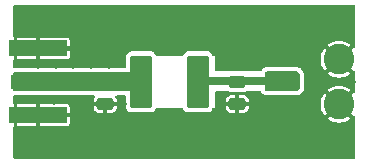
<source format=gtl>
%TF.GenerationSoftware,KiCad,Pcbnew,7.0.1*%
%TF.CreationDate,2023-07-17T06:27:02-07:00*%
%TF.ProjectId,Antenna_Impedance_Match,416e7465-6e6e-4615-9f49-6d706564616e,rev?*%
%TF.SameCoordinates,Original*%
%TF.FileFunction,Copper,L1,Top*%
%TF.FilePolarity,Positive*%
%FSLAX46Y46*%
G04 Gerber Fmt 4.6, Leading zero omitted, Abs format (unit mm)*
G04 Created by KiCad (PCBNEW 7.0.1) date 2023-07-17 06:27:02*
%MOMM*%
%LPD*%
G01*
G04 APERTURE LIST*
G04 Aperture macros list*
%AMRoundRect*
0 Rectangle with rounded corners*
0 $1 Rounding radius*
0 $2 $3 $4 $5 $6 $7 $8 $9 X,Y pos of 4 corners*
0 Add a 4 corners polygon primitive as box body*
4,1,4,$2,$3,$4,$5,$6,$7,$8,$9,$2,$3,0*
0 Add four circle primitives for the rounded corners*
1,1,$1+$1,$2,$3*
1,1,$1+$1,$4,$5*
1,1,$1+$1,$6,$7*
1,1,$1+$1,$8,$9*
0 Add four rect primitives between the rounded corners*
20,1,$1+$1,$2,$3,$4,$5,0*
20,1,$1+$1,$4,$5,$6,$7,0*
20,1,$1+$1,$6,$7,$8,$9,0*
20,1,$1+$1,$8,$9,$2,$3,0*%
G04 Aperture macros list end*
%TA.AperFunction,SMDPad,CuDef*%
%ADD10RoundRect,0.250000X0.475000X-0.250000X0.475000X0.250000X-0.475000X0.250000X-0.475000X-0.250000X0*%
%TD*%
%TA.AperFunction,SMDPad,CuDef*%
%ADD11R,5.200000X1.270000*%
%TD*%
%TA.AperFunction,SMDPad,CuDef*%
%ADD12R,4.900000X1.350000*%
%TD*%
%TA.AperFunction,SMDPad,CuDef*%
%ADD13RoundRect,0.089000X-0.801000X-2.136000X0.801000X-2.136000X0.801000X2.136000X-0.801000X2.136000X0*%
%TD*%
%TA.AperFunction,ComponentPad*%
%ADD14C,2.600000*%
%TD*%
%TA.AperFunction,ViaPad*%
%ADD15C,0.800000*%
%TD*%
%TA.AperFunction,Conductor*%
%ADD16C,0.250000*%
%TD*%
G04 APERTURE END LIST*
D10*
%TO.P,C2,1*%
%TO.N,GND*%
X144500000Y-81900000D03*
%TO.P,C2,2*%
%TO.N,/RF_75_SE*%
X144500000Y-80000000D03*
%TD*%
D11*
%TO.P,J1,1,In*%
%TO.N,/RF_50_SE*%
X127842500Y-80000000D03*
D12*
%TO.P,J1,2,Ext*%
%TO.N,GND*%
X127592500Y-77175000D03*
X127592500Y-82825000D03*
%TD*%
D13*
%TO.P,L1,1,1*%
%TO.N,/RF_50_SE*%
X136350000Y-80000000D03*
%TO.P,L1,2,2*%
%TO.N,/RF_75_SE*%
X141150000Y-80000000D03*
%TD*%
D14*
%TO.P,TP2,1,1*%
%TO.N,GND*%
X153100000Y-81905000D03*
X153100000Y-78095000D03*
%TD*%
D10*
%TO.P,C1,1*%
%TO.N,GND*%
X133300000Y-81900000D03*
%TO.P,C1,2*%
%TO.N,/RF_50_SE*%
X133300000Y-80000000D03*
%TD*%
D15*
%TO.N,GND*%
X149400000Y-78300000D03*
X125950000Y-75800000D03*
X127600000Y-81550000D03*
X147900000Y-78300000D03*
X137900000Y-77400000D03*
X139600000Y-82600000D03*
X150500000Y-81000000D03*
X144900000Y-78700000D03*
X130366666Y-81550000D03*
X134700000Y-77600000D03*
X130625000Y-78450000D03*
X127600000Y-75850000D03*
X143100000Y-81900000D03*
X146400000Y-78500000D03*
X143400000Y-78700000D03*
X127600000Y-84150000D03*
X145900000Y-81900000D03*
X130700000Y-77150000D03*
X136200000Y-77000000D03*
X134700000Y-81900000D03*
X141400000Y-83000000D03*
X137900000Y-82600000D03*
X133650000Y-78450000D03*
X139600000Y-77400000D03*
X141200000Y-77000000D03*
X126050000Y-84200000D03*
X149200000Y-81600000D03*
X151600000Y-76600000D03*
X131750000Y-81550000D03*
X133300000Y-83000000D03*
X151800000Y-80000000D03*
X130700000Y-82800000D03*
X127600000Y-78450000D03*
X129112500Y-78450000D03*
X147500000Y-81600000D03*
X151600000Y-83400000D03*
X150600000Y-79200000D03*
X154100000Y-80000000D03*
X132137500Y-78450000D03*
X128983333Y-81550000D03*
X142700000Y-77400000D03*
X144500000Y-83000000D03*
X136300000Y-83000000D03*
%TD*%
D16*
%TO.N,GND*%
X125650000Y-75900000D02*
X125650000Y-76800000D01*
X127592500Y-82825000D02*
X125975000Y-82825000D01*
X125975000Y-82825000D02*
X125650000Y-83150000D01*
X125650000Y-83150000D02*
X125650000Y-84050000D01*
X125650000Y-77600000D02*
X125650000Y-78500000D01*
X125650000Y-81600000D02*
X125650000Y-82500000D01*
%TD*%
%TA.AperFunction,Conductor*%
%TO.N,/RF_75_SE*%
G36*
X147200000Y-80300000D02*
G01*
X140424000Y-80300000D01*
X140362000Y-80283387D01*
X140316613Y-80238000D01*
X140300000Y-80176000D01*
X140300000Y-79724000D01*
X140316613Y-79662000D01*
X140362000Y-79616613D01*
X140424000Y-79600000D01*
X146800000Y-79600000D01*
X147200000Y-79600000D01*
X147200000Y-80300000D01*
G37*
%TD.AperFunction*%
%TD*%
%TA.AperFunction,Conductor*%
%TO.N,/RF_50_SE*%
G36*
X136938000Y-79216613D02*
G01*
X136983387Y-79262000D01*
X137000000Y-79324000D01*
X137000000Y-80676000D01*
X136983387Y-80738000D01*
X136938000Y-80783387D01*
X136876000Y-80800000D01*
X125624000Y-80800000D01*
X125562000Y-80783387D01*
X125516613Y-80738000D01*
X125500000Y-80676000D01*
X125500000Y-79324000D01*
X125516613Y-79262000D01*
X125562000Y-79216613D01*
X125624000Y-79200000D01*
X136876000Y-79200000D01*
X136938000Y-79216613D01*
G37*
%TD.AperFunction*%
%TD*%
%TA.AperFunction,Conductor*%
%TO.N,/RF_75_SE*%
G36*
X149459640Y-79101527D02*
G01*
X149496361Y-79107342D01*
X149538756Y-79114057D01*
X149575651Y-79126044D01*
X149638228Y-79157929D01*
X149669613Y-79180732D01*
X149719267Y-79230386D01*
X149742071Y-79261772D01*
X149773954Y-79324346D01*
X149785942Y-79361243D01*
X149798473Y-79440359D01*
X149800000Y-79459757D01*
X149800000Y-80440243D01*
X149798473Y-80459642D01*
X149785942Y-80538757D01*
X149773954Y-80575653D01*
X149742071Y-80638227D01*
X149719267Y-80669613D01*
X149669613Y-80719267D01*
X149638227Y-80742071D01*
X149575653Y-80773954D01*
X149538757Y-80785942D01*
X149476308Y-80795833D01*
X149459640Y-80798473D01*
X149440243Y-80800000D01*
X147062211Y-80800000D01*
X147038020Y-80797617D01*
X147023189Y-80794667D01*
X146978518Y-80785781D01*
X146933822Y-80767267D01*
X146893727Y-80740477D01*
X146859522Y-80706272D01*
X146832730Y-80666175D01*
X146814218Y-80621480D01*
X146802383Y-80561980D01*
X146800000Y-80537789D01*
X146800000Y-80300000D01*
X146800000Y-79362211D01*
X146802381Y-79338028D01*
X146814219Y-79278514D01*
X146832729Y-79233826D01*
X146859524Y-79193724D01*
X146893724Y-79159524D01*
X146933826Y-79132729D01*
X146978514Y-79114219D01*
X147038028Y-79102381D01*
X147062211Y-79100000D01*
X149440243Y-79100000D01*
X149459640Y-79101527D01*
G37*
%TD.AperFunction*%
%TD*%
%TA.AperFunction,Conductor*%
%TO.N,GND*%
G36*
X154438000Y-73516613D02*
G01*
X154483387Y-73562000D01*
X154500000Y-73624000D01*
X154500000Y-77011429D01*
X154485587Y-77069452D01*
X154445700Y-77113986D01*
X154389609Y-77134680D01*
X154362143Y-77130991D01*
X154313408Y-77129076D01*
X153347487Y-78095000D01*
X153347487Y-78095001D01*
X154313408Y-79060922D01*
X154362131Y-79059008D01*
X154389611Y-79055318D01*
X154445700Y-79076012D01*
X154485588Y-79120547D01*
X154500000Y-79178569D01*
X154500000Y-80821429D01*
X154485587Y-80879452D01*
X154445700Y-80923986D01*
X154389609Y-80944680D01*
X154362143Y-80940991D01*
X154313408Y-80939076D01*
X153347487Y-81905000D01*
X153347487Y-81905001D01*
X154313408Y-82870922D01*
X154362131Y-82869008D01*
X154389611Y-82865318D01*
X154445700Y-82886012D01*
X154485588Y-82930547D01*
X154500000Y-82988569D01*
X154500000Y-86376000D01*
X154483387Y-86438000D01*
X154438000Y-86483387D01*
X154376000Y-86500000D01*
X125624000Y-86500000D01*
X125562000Y-86483387D01*
X125516613Y-86438000D01*
X125500000Y-86376000D01*
X125500000Y-83874000D01*
X125516613Y-83812000D01*
X125562000Y-83766613D01*
X125624000Y-83750000D01*
X127417500Y-83750000D01*
X127417500Y-83000000D01*
X127767500Y-83000000D01*
X127767500Y-83750000D01*
X130067125Y-83750000D01*
X130140043Y-83735495D01*
X130222739Y-83680239D01*
X130277995Y-83597543D01*
X130292500Y-83524625D01*
X130292500Y-83118408D01*
X152134076Y-83118408D01*
X152186117Y-83162854D01*
X152394137Y-83290329D01*
X152619542Y-83383696D01*
X152856775Y-83440650D01*
X153099999Y-83459792D01*
X153343224Y-83440650D01*
X153580457Y-83383696D01*
X153805862Y-83290329D01*
X154013882Y-83162854D01*
X154065922Y-83118408D01*
X153100000Y-82152487D01*
X152134076Y-83118408D01*
X130292500Y-83118408D01*
X130292500Y-83000000D01*
X127767500Y-83000000D01*
X127417500Y-83000000D01*
X127417500Y-81900000D01*
X127767500Y-81900000D01*
X127767500Y-82650000D01*
X130292500Y-82650000D01*
X130292500Y-82125375D01*
X130282479Y-82075000D01*
X132325000Y-82075000D01*
X132325000Y-82197824D01*
X132331402Y-82257375D01*
X132381647Y-82392089D01*
X132467811Y-82507188D01*
X132582910Y-82593352D01*
X132717624Y-82643597D01*
X132777176Y-82650000D01*
X133125000Y-82650000D01*
X133125000Y-82075000D01*
X133475000Y-82075000D01*
X133475000Y-82650000D01*
X133822824Y-82650000D01*
X133882375Y-82643597D01*
X134017089Y-82593352D01*
X134132188Y-82507188D01*
X134218352Y-82392089D01*
X134268597Y-82257375D01*
X134275000Y-82197824D01*
X134275000Y-82075000D01*
X133475000Y-82075000D01*
X133125000Y-82075000D01*
X132325000Y-82075000D01*
X130282479Y-82075000D01*
X130277995Y-82052456D01*
X130222739Y-81969760D01*
X130140043Y-81914504D01*
X130067125Y-81900000D01*
X127767500Y-81900000D01*
X127417500Y-81900000D01*
X125624000Y-81900000D01*
X125562000Y-81883387D01*
X125516613Y-81838000D01*
X125500000Y-81776000D01*
X125500000Y-81279500D01*
X125516613Y-81217500D01*
X125562000Y-81172113D01*
X125624000Y-81155500D01*
X132322880Y-81155500D01*
X132388047Y-81174005D01*
X132433764Y-81223996D01*
X132446386Y-81290553D01*
X132422147Y-81353811D01*
X132381647Y-81407911D01*
X132331402Y-81542624D01*
X132325000Y-81602176D01*
X132325000Y-81725000D01*
X134275000Y-81725000D01*
X134275000Y-81602176D01*
X134268597Y-81542624D01*
X134218352Y-81407911D01*
X134177853Y-81353811D01*
X134153614Y-81290553D01*
X134166236Y-81223996D01*
X134211953Y-81174005D01*
X134277120Y-81155500D01*
X134985501Y-81155500D01*
X135047501Y-81172113D01*
X135092888Y-81217500D01*
X135109501Y-81279500D01*
X135109501Y-82188932D01*
X135112285Y-82218631D01*
X135156043Y-82343684D01*
X135234715Y-82450284D01*
X135279981Y-82483690D01*
X135341316Y-82528957D01*
X135466369Y-82572715D01*
X135496067Y-82575500D01*
X137203932Y-82575499D01*
X137233631Y-82572715D01*
X137358684Y-82528957D01*
X137465284Y-82450284D01*
X137543957Y-82343684D01*
X137565176Y-82283042D01*
X137591319Y-82239659D01*
X137632630Y-82210346D01*
X137682217Y-82200000D01*
X139817783Y-82200000D01*
X139867370Y-82210346D01*
X139908681Y-82239659D01*
X139934823Y-82283042D01*
X139956043Y-82343684D01*
X140034715Y-82450284D01*
X140079981Y-82483690D01*
X140141316Y-82528957D01*
X140266369Y-82572715D01*
X140296067Y-82575500D01*
X142003932Y-82575499D01*
X142033631Y-82572715D01*
X142158684Y-82528957D01*
X142265284Y-82450284D01*
X142343957Y-82343684D01*
X142365176Y-82283042D01*
X142391319Y-82239659D01*
X142432630Y-82210346D01*
X142482217Y-82200000D01*
X142600000Y-82200000D01*
X142600000Y-82075000D01*
X143525000Y-82075000D01*
X143525000Y-82197824D01*
X143531402Y-82257375D01*
X143581647Y-82392089D01*
X143667811Y-82507188D01*
X143782910Y-82593352D01*
X143917624Y-82643597D01*
X143977176Y-82650000D01*
X144325000Y-82650000D01*
X144325000Y-82075000D01*
X144675000Y-82075000D01*
X144675000Y-82650000D01*
X145022824Y-82650000D01*
X145082375Y-82643597D01*
X145217089Y-82593352D01*
X145332188Y-82507188D01*
X145418352Y-82392089D01*
X145468597Y-82257375D01*
X145475000Y-82197824D01*
X145475000Y-82075000D01*
X144675000Y-82075000D01*
X144325000Y-82075000D01*
X143525000Y-82075000D01*
X142600000Y-82075000D01*
X142600000Y-81904999D01*
X151545207Y-81904999D01*
X151564349Y-82148224D01*
X151621303Y-82385457D01*
X151714670Y-82610862D01*
X151842147Y-82818885D01*
X151886589Y-82870922D01*
X152852513Y-81905001D01*
X152852513Y-81905000D01*
X151886590Y-80939077D01*
X151886589Y-80939077D01*
X151842146Y-80991114D01*
X151714670Y-81199137D01*
X151621303Y-81424542D01*
X151564349Y-81661775D01*
X151545207Y-81904999D01*
X142600000Y-81904999D01*
X142600000Y-81725000D01*
X143525000Y-81725000D01*
X144325000Y-81725000D01*
X144325000Y-81150000D01*
X144675000Y-81150000D01*
X144675000Y-81725000D01*
X145475000Y-81725000D01*
X145475000Y-81602176D01*
X145468597Y-81542624D01*
X145418352Y-81407910D01*
X145332188Y-81292811D01*
X145217089Y-81206647D01*
X145082375Y-81156402D01*
X145022824Y-81150000D01*
X144675000Y-81150000D01*
X144325000Y-81150000D01*
X143977176Y-81150000D01*
X143917624Y-81156402D01*
X143782910Y-81206647D01*
X143667811Y-81292811D01*
X143581647Y-81407910D01*
X143531402Y-81542624D01*
X143525000Y-81602176D01*
X143525000Y-81725000D01*
X142600000Y-81725000D01*
X142600000Y-80924000D01*
X142616613Y-80862000D01*
X142662000Y-80816613D01*
X142724000Y-80800000D01*
X143758969Y-80800000D01*
X143806421Y-80809439D01*
X143823741Y-80816613D01*
X143868238Y-80835044D01*
X143985639Y-80850500D01*
X145014360Y-80850499D01*
X145014362Y-80850499D01*
X145082849Y-80841483D01*
X145131762Y-80835044D01*
X145193578Y-80809438D01*
X145241031Y-80800000D01*
X146428783Y-80800000D01*
X146492537Y-80817645D01*
X146532400Y-80859521D01*
X146533758Y-80858615D01*
X146563931Y-80903773D01*
X146608146Y-80957649D01*
X146642349Y-80991851D01*
X146696222Y-81036065D01*
X146696225Y-81036067D01*
X146736320Y-81062857D01*
X146797776Y-81095705D01*
X146842472Y-81114219D01*
X146874853Y-81124042D01*
X146909164Y-81134451D01*
X146968648Y-81146283D01*
X146968651Y-81146283D01*
X146968664Y-81146286D01*
X147003169Y-81151405D01*
X147027360Y-81153788D01*
X147062211Y-81155500D01*
X149440243Y-81155500D01*
X149440255Y-81155500D01*
X149461168Y-81154677D01*
X149468143Y-81154404D01*
X149487540Y-81152877D01*
X149515253Y-81149596D01*
X149594370Y-81137065D01*
X149648611Y-81124043D01*
X149685507Y-81112055D01*
X149726974Y-81094878D01*
X149737039Y-81090710D01*
X149737040Y-81090709D01*
X149737046Y-81090707D01*
X149799620Y-81058824D01*
X149847189Y-81029673D01*
X149878575Y-81006869D01*
X149920989Y-80970643D01*
X149970643Y-80920989D01*
X150006869Y-80878575D01*
X150029673Y-80847189D01*
X150058824Y-80799620D01*
X150090707Y-80737046D01*
X150090978Y-80736393D01*
X150109535Y-80691590D01*
X152134077Y-80691590D01*
X153100000Y-81657513D01*
X153100001Y-81657513D01*
X154065922Y-80691589D01*
X154013885Y-80647147D01*
X153805862Y-80519670D01*
X153580457Y-80426303D01*
X153343224Y-80369349D01*
X153099999Y-80350207D01*
X152856775Y-80369349D01*
X152619542Y-80426303D01*
X152394137Y-80519670D01*
X152186114Y-80647146D01*
X152134077Y-80691589D01*
X152134077Y-80691590D01*
X150109535Y-80691590D01*
X150112055Y-80685507D01*
X150124043Y-80648611D01*
X150137065Y-80594371D01*
X150149596Y-80515256D01*
X150152877Y-80487539D01*
X150154404Y-80468140D01*
X150155500Y-80440243D01*
X150155500Y-79459757D01*
X150154404Y-79431859D01*
X150152877Y-79412461D01*
X150149596Y-79384745D01*
X150137505Y-79308408D01*
X152134076Y-79308408D01*
X152186117Y-79352854D01*
X152394137Y-79480329D01*
X152619542Y-79573696D01*
X152856775Y-79630650D01*
X153100000Y-79649792D01*
X153343224Y-79630650D01*
X153580457Y-79573696D01*
X153805862Y-79480329D01*
X154013882Y-79352854D01*
X154065922Y-79308408D01*
X153100000Y-78342487D01*
X152134076Y-79308408D01*
X150137505Y-79308408D01*
X150137065Y-79305629D01*
X150124044Y-79251392D01*
X150112056Y-79214495D01*
X150090707Y-79162953D01*
X150058824Y-79100379D01*
X150029673Y-79052810D01*
X150029670Y-79052805D01*
X150006870Y-79021425D01*
X149970640Y-78979006D01*
X149920992Y-78929358D01*
X149896160Y-78908149D01*
X149878573Y-78893128D01*
X149847188Y-78870325D01*
X149799623Y-78841177D01*
X149799620Y-78841175D01*
X149799616Y-78841173D01*
X149737050Y-78809293D01*
X149685500Y-78787941D01*
X149648596Y-78775951D01*
X149594364Y-78762932D01*
X149515253Y-78750403D01*
X149487540Y-78747123D01*
X149468136Y-78745595D01*
X149440255Y-78744500D01*
X149440243Y-78744500D01*
X147062211Y-78744500D01*
X147027378Y-78746211D01*
X147027376Y-78746211D01*
X147027359Y-78746212D01*
X147003205Y-78748590D01*
X146971057Y-78753358D01*
X146968674Y-78753712D01*
X146944935Y-78758433D01*
X146909152Y-78765551D01*
X146842475Y-78785777D01*
X146797789Y-78804286D01*
X146788424Y-78809292D01*
X146736322Y-78837141D01*
X146736319Y-78837142D01*
X146736319Y-78837143D01*
X146696216Y-78863938D01*
X146642345Y-78908149D01*
X146608149Y-78942345D01*
X146563938Y-78996216D01*
X146533757Y-79041387D01*
X146532399Y-79040479D01*
X146492535Y-79082356D01*
X146428782Y-79100000D01*
X142724000Y-79100000D01*
X142662000Y-79083387D01*
X142616613Y-79038000D01*
X142600000Y-78976000D01*
X142600000Y-78095000D01*
X151545207Y-78095000D01*
X151564349Y-78338224D01*
X151621303Y-78575457D01*
X151714670Y-78800862D01*
X151842147Y-79008885D01*
X151886589Y-79060922D01*
X152852513Y-78095001D01*
X152852513Y-78095000D01*
X151886590Y-77129077D01*
X151886589Y-77129077D01*
X151842146Y-77181114D01*
X151714670Y-77389137D01*
X151621303Y-77614542D01*
X151564349Y-77851775D01*
X151545207Y-78095000D01*
X142600000Y-78095000D01*
X142600000Y-77800000D01*
X142482217Y-77800000D01*
X142432630Y-77789654D01*
X142391319Y-77760341D01*
X142365176Y-77716957D01*
X142343957Y-77656316D01*
X142313127Y-77614542D01*
X142265284Y-77549715D01*
X142203949Y-77504449D01*
X142158684Y-77471043D01*
X142033631Y-77427285D01*
X142033630Y-77427284D01*
X142033628Y-77427284D01*
X142003935Y-77424500D01*
X140296070Y-77424500D01*
X140269442Y-77426996D01*
X140266369Y-77427285D01*
X140203842Y-77449163D01*
X140141315Y-77471043D01*
X140034715Y-77549715D01*
X139956043Y-77656315D01*
X139956042Y-77656316D01*
X139956043Y-77656316D01*
X139934823Y-77716957D01*
X139908681Y-77760341D01*
X139867370Y-77789654D01*
X139817783Y-77800000D01*
X137682217Y-77800000D01*
X137632630Y-77789654D01*
X137591319Y-77760341D01*
X137565176Y-77716957D01*
X137543957Y-77656316D01*
X137513127Y-77614542D01*
X137465284Y-77549715D01*
X137403949Y-77504449D01*
X137358684Y-77471043D01*
X137233631Y-77427285D01*
X137233630Y-77427284D01*
X137233628Y-77427284D01*
X137203935Y-77424500D01*
X135496070Y-77424500D01*
X135469442Y-77426996D01*
X135466369Y-77427285D01*
X135403842Y-77449163D01*
X135341315Y-77471043D01*
X135234715Y-77549715D01*
X135156043Y-77656316D01*
X135112284Y-77781371D01*
X135109500Y-77811064D01*
X135109500Y-78720500D01*
X135092887Y-78782500D01*
X135047500Y-78827887D01*
X134985500Y-78844500D01*
X125624000Y-78844500D01*
X125562000Y-78827887D01*
X125516613Y-78782500D01*
X125500000Y-78720500D01*
X125500000Y-78224000D01*
X125516613Y-78162000D01*
X125562000Y-78116613D01*
X125624000Y-78100000D01*
X127417500Y-78100000D01*
X127417500Y-77350000D01*
X127767500Y-77350000D01*
X127767500Y-78100000D01*
X130067125Y-78100000D01*
X130140043Y-78085495D01*
X130222739Y-78030239D01*
X130277995Y-77947543D01*
X130292500Y-77874625D01*
X130292500Y-77350000D01*
X127767500Y-77350000D01*
X127417500Y-77350000D01*
X127417500Y-76250000D01*
X127767500Y-76250000D01*
X127767500Y-77000000D01*
X130292500Y-77000000D01*
X130292500Y-76881590D01*
X152134077Y-76881590D01*
X153100000Y-77847513D01*
X153100001Y-77847513D01*
X154065922Y-76881589D01*
X154013885Y-76837147D01*
X153805862Y-76709670D01*
X153580457Y-76616303D01*
X153343224Y-76559349D01*
X153100000Y-76540207D01*
X152856775Y-76559349D01*
X152619542Y-76616303D01*
X152394137Y-76709670D01*
X152186114Y-76837146D01*
X152134077Y-76881589D01*
X152134077Y-76881590D01*
X130292500Y-76881590D01*
X130292500Y-76475375D01*
X130277995Y-76402456D01*
X130222739Y-76319760D01*
X130140043Y-76264504D01*
X130067125Y-76250000D01*
X127767500Y-76250000D01*
X127417500Y-76250000D01*
X125624000Y-76250000D01*
X125562000Y-76233387D01*
X125516613Y-76188000D01*
X125500000Y-76126000D01*
X125500000Y-73624000D01*
X125516613Y-73562000D01*
X125562000Y-73516613D01*
X125624000Y-73500000D01*
X154376000Y-73500000D01*
X154438000Y-73516613D01*
G37*
%TD.AperFunction*%
%TD*%
M02*

</source>
